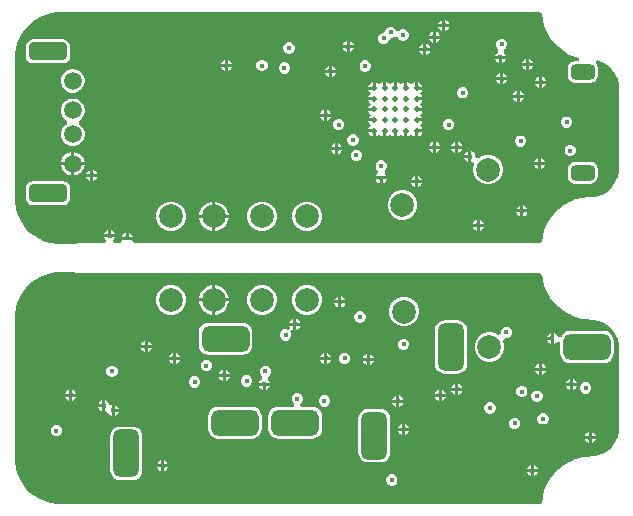
<source format=gbr>
G04*
G04 #@! TF.GenerationSoftware,Altium Limited,Altium Designer,24.9.1 (31)*
G04*
G04 Layer_Physical_Order=2*
G04 Layer_Color=36540*
%FSLAX44Y44*%
%MOMM*%
G71*
G04*
G04 #@! TF.SameCoordinates,4108D936-EA1F-4614-87FC-E1DBC89B4A7E*
G04*
G04*
G04 #@! TF.FilePolarity,Positive*
G04*
G01*
G75*
%ADD75C,0.5000*%
G04:AMPARAMS|DCode=79|XSize=2mm|YSize=1.3mm|CornerRadius=0.325mm|HoleSize=0mm|Usage=FLASHONLY|Rotation=180.000|XOffset=0mm|YOffset=0mm|HoleType=Round|Shape=RoundedRectangle|*
%AMROUNDEDRECTD79*
21,1,2.0000,0.6500,0,0,180.0*
21,1,1.3500,1.3000,0,0,180.0*
1,1,0.6500,-0.6750,0.3250*
1,1,0.6500,0.6750,0.3250*
1,1,0.6500,0.6750,-0.3250*
1,1,0.6500,-0.6750,-0.3250*
%
%ADD79ROUNDEDRECTD79*%
%ADD80C,1.5000*%
G04:AMPARAMS|DCode=81|XSize=4mm|YSize=2.2mm|CornerRadius=0.55mm|HoleSize=0mm|Usage=FLASHONLY|Rotation=90.000|XOffset=0mm|YOffset=0mm|HoleType=Round|Shape=RoundedRectangle|*
%AMROUNDEDRECTD81*
21,1,4.0000,1.1000,0,0,90.0*
21,1,2.9000,2.2000,0,0,90.0*
1,1,1.1000,0.5500,1.4500*
1,1,1.1000,0.5500,-1.4500*
1,1,1.1000,-0.5500,-1.4500*
1,1,1.1000,-0.5500,1.4500*
%
%ADD81ROUNDEDRECTD81*%
G04:AMPARAMS|DCode=82|XSize=3.25mm|YSize=1.5mm|CornerRadius=0.375mm|HoleSize=0mm|Usage=FLASHONLY|Rotation=0.000|XOffset=0mm|YOffset=0mm|HoleType=Round|Shape=RoundedRectangle|*
%AMROUNDEDRECTD82*
21,1,3.2500,0.7500,0,0,0.0*
21,1,2.5000,1.5000,0,0,0.0*
1,1,0.7500,1.2500,-0.3750*
1,1,0.7500,-1.2500,-0.3750*
1,1,0.7500,-1.2500,0.3750*
1,1,0.7500,1.2500,0.3750*
%
%ADD82ROUNDEDRECTD82*%
G04:AMPARAMS|DCode=83|XSize=4mm|YSize=2.2mm|CornerRadius=0.55mm|HoleSize=0mm|Usage=FLASHONLY|Rotation=180.000|XOffset=0mm|YOffset=0mm|HoleType=Round|Shape=RoundedRectangle|*
%AMROUNDEDRECTD83*
21,1,4.0000,1.1000,0,0,180.0*
21,1,2.9000,2.2000,0,0,180.0*
1,1,1.1000,-1.4500,0.5500*
1,1,1.1000,1.4500,0.5500*
1,1,1.1000,1.4500,-0.5500*
1,1,1.1000,-1.4500,-0.5500*
%
%ADD83ROUNDEDRECTD83*%
%ADD84C,0.4500*%
%ADD85C,2.0000*%
G36*
X165820Y92961D02*
X168064Y92118D01*
X168747Y86930D01*
X168790Y86803D01*
X168799Y86669D01*
X170153Y81615D01*
X170213Y81494D01*
X170239Y81362D01*
X172241Y76528D01*
X172316Y76416D01*
X172359Y76289D01*
X174975Y71758D01*
X175064Y71656D01*
X175124Y71536D01*
X178309Y67385D01*
X178410Y67296D01*
X178485Y67184D01*
X182184Y63485D01*
X182296Y63410D01*
X182385Y63309D01*
X186536Y60124D01*
X186656Y60064D01*
X186758Y59975D01*
X191289Y57359D01*
X191416Y57316D01*
X191528Y57241D01*
X196362Y55239D01*
X196494Y55213D01*
X196615Y55153D01*
X199450Y54393D01*
X199116Y51853D01*
X195950D01*
X193691Y51404D01*
X191776Y50124D01*
X190496Y48209D01*
X190047Y45950D01*
Y39450D01*
X190496Y37191D01*
X191776Y35276D01*
X193691Y33996D01*
X195950Y33547D01*
X209450D01*
X211709Y33996D01*
X213624Y35276D01*
X214904Y37191D01*
X215353Y39450D01*
Y45950D01*
X214904Y48209D01*
X213643Y50096D01*
X213672Y50232D01*
X214667Y52482D01*
X216697Y52079D01*
X220876Y50348D01*
X224637Y47835D01*
X227835Y44637D01*
X230348Y40876D01*
X232079Y36697D01*
X232961Y32262D01*
Y30000D01*
Y-40000D01*
Y-42262D01*
X232079Y-46697D01*
X230348Y-50876D01*
X227835Y-54637D01*
X224637Y-57835D01*
X220876Y-60348D01*
X216697Y-62079D01*
X212262Y-62961D01*
X210000D01*
X209967Y-62968D01*
X209933Y-62962D01*
X207317Y-63048D01*
X207219Y-63071D01*
X207118Y-63064D01*
X201930Y-63747D01*
X201803Y-63790D01*
X201669Y-63799D01*
X196615Y-65153D01*
X196494Y-65213D01*
X196362Y-65239D01*
X191528Y-67241D01*
X191416Y-67316D01*
X191289Y-67359D01*
X186758Y-69975D01*
X186656Y-70064D01*
X186536Y-70124D01*
X182385Y-73309D01*
X182296Y-73410D01*
X182184Y-73485D01*
X178485Y-77184D01*
X178410Y-77296D01*
X178309Y-77385D01*
X175124Y-81536D01*
X175064Y-81657D01*
X174975Y-81758D01*
X172359Y-86289D01*
X172316Y-86416D01*
X172241Y-86528D01*
X170239Y-91362D01*
X170213Y-91494D01*
X170153Y-91615D01*
X168799Y-96669D01*
X168790Y-96803D01*
X168747Y-96930D01*
X168293Y-100378D01*
X166059Y-102314D01*
X165535Y-102365D01*
X-177083D01*
X-177431Y-102056D01*
X-178571Y-99825D01*
X-178341Y-99270D01*
X-187659D01*
X-187429Y-99825D01*
X-188569Y-102056D01*
X-188916Y-102365D01*
X-194273D01*
X-194907Y-100923D01*
X-195051Y-99825D01*
X-193939Y-98713D01*
X-193341Y-97270D01*
X-202659D01*
X-202061Y-98713D01*
X-200949Y-99825D01*
X-201092Y-100923D01*
X-201727Y-102365D01*
X-225000D01*
X-226487Y-102661D01*
X-226935Y-102961D01*
X-242488Y-102961D01*
X-247422Y-102311D01*
X-252228Y-101024D01*
X-256826Y-99119D01*
X-261135Y-96631D01*
X-265083Y-93602D01*
X-268602Y-90083D01*
X-271631Y-86135D01*
X-274119Y-81826D01*
X-276024Y-77228D01*
X-277311Y-72422D01*
X-277961Y-67488D01*
X-277961Y-65000D01*
X-277961Y55000D01*
X-277961Y57488D01*
X-277311Y62422D01*
X-276024Y67228D01*
X-274119Y71826D01*
X-271631Y76135D01*
X-268602Y80083D01*
X-265083Y83602D01*
X-261135Y86631D01*
X-256826Y89119D01*
X-252228Y91024D01*
X-247422Y92311D01*
X-242488Y92961D01*
X-240000Y92961D01*
X165820Y92961D01*
D02*
G37*
G36*
X-226935Y-127039D02*
X-226487Y-127339D01*
X-225000Y-127635D01*
X165535D01*
X166059Y-127686D01*
X168293Y-129622D01*
X168747Y-133070D01*
X168790Y-133197D01*
X168799Y-133331D01*
X170153Y-138385D01*
X170213Y-138506D01*
X170239Y-138638D01*
X172241Y-143472D01*
X172316Y-143584D01*
X172359Y-143711D01*
X174975Y-148242D01*
X175064Y-148343D01*
X175124Y-148464D01*
X178309Y-152615D01*
X178410Y-152704D01*
X178485Y-152816D01*
X182184Y-156515D01*
X182296Y-156590D01*
X182385Y-156691D01*
X186536Y-159876D01*
X186656Y-159936D01*
X186758Y-160025D01*
X191289Y-162641D01*
X191416Y-162684D01*
X191528Y-162759D01*
X196362Y-164761D01*
X196494Y-164787D01*
X196615Y-164847D01*
X201669Y-166201D01*
X201803Y-166210D01*
X201930Y-166253D01*
X207118Y-166936D01*
X207219Y-166929D01*
X207317Y-166952D01*
X209933Y-167038D01*
X209967Y-167033D01*
X210000Y-167039D01*
X212262D01*
X216697Y-167921D01*
X220876Y-169652D01*
X224637Y-172165D01*
X227835Y-175363D01*
X230348Y-179124D01*
X232079Y-183303D01*
X232961Y-187738D01*
Y-190000D01*
Y-260000D01*
Y-262262D01*
X232079Y-266697D01*
X230348Y-270876D01*
X227835Y-274637D01*
X224637Y-277835D01*
X220876Y-280348D01*
X216697Y-282079D01*
X212262Y-282961D01*
X210000D01*
X209967Y-282968D01*
X209933Y-282962D01*
X207317Y-283048D01*
X207219Y-283071D01*
X207118Y-283064D01*
X201930Y-283747D01*
X201803Y-283790D01*
X201669Y-283799D01*
X196615Y-285153D01*
X196494Y-285213D01*
X196362Y-285239D01*
X191528Y-287241D01*
X191416Y-287316D01*
X191289Y-287359D01*
X186758Y-289975D01*
X186656Y-290064D01*
X186536Y-290124D01*
X182385Y-293309D01*
X182296Y-293410D01*
X182184Y-293485D01*
X178485Y-297184D01*
X178410Y-297296D01*
X178309Y-297385D01*
X175124Y-301536D01*
X175064Y-301656D01*
X174975Y-301758D01*
X172359Y-306289D01*
X172316Y-306416D01*
X172241Y-306528D01*
X170239Y-311362D01*
X170213Y-311494D01*
X170153Y-311615D01*
X168799Y-316669D01*
X168790Y-316803D01*
X168747Y-316930D01*
X168064Y-322118D01*
X165820Y-322961D01*
X-240000Y-322961D01*
X-242488D01*
X-247422Y-322311D01*
X-252228Y-321023D01*
X-256826Y-319119D01*
X-261135Y-316631D01*
X-265083Y-313602D01*
X-268602Y-310083D01*
X-271631Y-306135D01*
X-274119Y-301826D01*
X-276024Y-297228D01*
X-277311Y-292422D01*
X-277961Y-287488D01*
X-277961Y-285000D01*
X-277961Y-165000D01*
X-277961Y-162512D01*
X-277311Y-157578D01*
X-276024Y-152772D01*
X-274119Y-148174D01*
X-271631Y-143865D01*
X-268602Y-139917D01*
X-265083Y-136398D01*
X-261135Y-133369D01*
X-256826Y-130881D01*
X-252228Y-128976D01*
X-247422Y-127689D01*
X-242488Y-127039D01*
X-240000Y-127039D01*
X-226935Y-127039D01*
D02*
G37*
%LPC*%
G36*
X86270Y86659D02*
Y83270D01*
X89659D01*
X89061Y84713D01*
X87713Y86061D01*
X86270Y86659D01*
D02*
G37*
G36*
X83730D02*
X82287Y86061D01*
X80939Y84713D01*
X80341Y83270D01*
X83730D01*
Y86659D01*
D02*
G37*
G36*
X89659Y80730D02*
X86270D01*
Y77341D01*
X87713Y77939D01*
X89061Y79287D01*
X89659Y80730D01*
D02*
G37*
G36*
X83730D02*
X80341D01*
X80939Y79287D01*
X82287Y77939D01*
X83730Y77341D01*
Y80730D01*
D02*
G37*
G36*
X78270Y76659D02*
Y73270D01*
X81659D01*
X81061Y74713D01*
X79713Y76061D01*
X78270Y76659D01*
D02*
G37*
G36*
X75730D02*
X74287Y76061D01*
X72939Y74713D01*
X72341Y73270D01*
X75730D01*
Y76659D01*
D02*
G37*
G36*
X40953Y80790D02*
X39047D01*
X37287Y80061D01*
X35939Y78713D01*
X35210Y76953D01*
X33117Y75790D01*
X31357Y75061D01*
X30009Y73713D01*
X29280Y71953D01*
Y70047D01*
X30009Y68287D01*
X31357Y66939D01*
X33117Y66210D01*
X35023D01*
X36783Y66939D01*
X38131Y68287D01*
X38860Y70047D01*
X40953Y71210D01*
X42713Y71939D01*
X43485Y72710D01*
X43686Y72739D01*
X45862Y72361D01*
X46253Y72160D01*
X46614Y71287D01*
X47962Y69939D01*
X49722Y69210D01*
X51628D01*
X53388Y69939D01*
X54736Y71287D01*
X55465Y73047D01*
Y74953D01*
X54736Y76713D01*
X53388Y78061D01*
X51628Y78790D01*
X49722D01*
X47962Y78061D01*
X47190Y77290D01*
X46989Y77261D01*
X44813Y77639D01*
X44422Y77840D01*
X44061Y78713D01*
X42713Y80061D01*
X40953Y80790D01*
D02*
G37*
G36*
X81659Y70730D02*
X78270D01*
Y67341D01*
X79713Y67939D01*
X81061Y69287D01*
X81659Y70730D01*
D02*
G37*
G36*
X75730D02*
X72341D01*
X72939Y69287D01*
X74287Y67939D01*
X75730Y67341D01*
Y70730D01*
D02*
G37*
G36*
X5270Y68659D02*
Y65270D01*
X8659D01*
X8061Y66713D01*
X6713Y68061D01*
X5270Y68659D01*
D02*
G37*
G36*
X2730D02*
X1287Y68061D01*
X-61Y66713D01*
X-659Y65270D01*
X2730D01*
Y68659D01*
D02*
G37*
G36*
X70270Y66659D02*
Y63270D01*
X73659D01*
X73061Y64713D01*
X71713Y66061D01*
X70270Y66659D01*
D02*
G37*
G36*
X67730D02*
X66287Y66061D01*
X64939Y64713D01*
X64341Y63270D01*
X67730D01*
Y66659D01*
D02*
G37*
G36*
X8659Y62730D02*
X5270D01*
Y59341D01*
X6713Y59939D01*
X8061Y61287D01*
X8659Y62730D01*
D02*
G37*
G36*
X2730D02*
X-659D01*
X-61Y61287D01*
X1287Y59939D01*
X2730Y59341D01*
Y62730D01*
D02*
G37*
G36*
X-45047Y67790D02*
X-46953D01*
X-48713Y67061D01*
X-50061Y65713D01*
X-50790Y63953D01*
Y62047D01*
X-50061Y60287D01*
X-48713Y58939D01*
X-46953Y58210D01*
X-45047D01*
X-43287Y58939D01*
X-41939Y60287D01*
X-41210Y62047D01*
Y63953D01*
X-41939Y65713D01*
X-43287Y67061D01*
X-45047Y67790D01*
D02*
G37*
G36*
X73659Y60730D02*
X70270D01*
Y57341D01*
X71713Y57939D01*
X73061Y59287D01*
X73659Y60730D01*
D02*
G37*
G36*
X67730D02*
X64341D01*
X64939Y59287D01*
X66287Y57939D01*
X67730Y57341D01*
Y60730D01*
D02*
G37*
G36*
X134953Y70790D02*
X133047D01*
X131287Y70061D01*
X129939Y68713D01*
X129210Y66953D01*
Y65047D01*
X129939Y63287D01*
X131089Y62137D01*
X131140Y60832D01*
X130943Y59332D01*
X130287Y59061D01*
X128939Y57713D01*
X128341Y56270D01*
X137659D01*
X137061Y57713D01*
X135911Y58863D01*
X135859Y60168D01*
X136057Y61667D01*
X136713Y61939D01*
X138061Y63287D01*
X138790Y65047D01*
Y66953D01*
X138061Y68713D01*
X136713Y70061D01*
X134953Y70790D01*
D02*
G37*
G36*
X137659Y53730D02*
X134270D01*
Y50341D01*
X135713Y50939D01*
X137061Y52287D01*
X137659Y53730D01*
D02*
G37*
G36*
X131730D02*
X128341D01*
X128939Y52287D01*
X130287Y50939D01*
X131730Y50341D01*
Y53730D01*
D02*
G37*
G36*
X157270Y53659D02*
Y50270D01*
X160659D01*
X160061Y51713D01*
X158713Y53061D01*
X157270Y53659D01*
D02*
G37*
G36*
X154730D02*
X153287Y53061D01*
X151939Y51713D01*
X151341Y50270D01*
X154730D01*
Y53659D01*
D02*
G37*
G36*
X-237500Y70163D02*
X-262500D01*
X-264954Y69675D01*
X-267035Y68285D01*
X-268425Y66204D01*
X-268913Y63750D01*
Y56250D01*
X-268425Y53796D01*
X-267035Y51715D01*
X-264954Y50325D01*
X-262500Y49837D01*
X-237500D01*
X-235046Y50325D01*
X-232965Y51715D01*
X-231575Y53796D01*
X-231087Y56250D01*
Y63750D01*
X-231575Y66204D01*
X-232965Y68285D01*
X-235046Y69675D01*
X-237500Y70163D01*
D02*
G37*
G36*
X-97730Y52659D02*
Y49270D01*
X-94341D01*
X-94939Y50713D01*
X-96287Y52061D01*
X-97730Y52659D01*
D02*
G37*
G36*
X-100270D02*
X-101713Y52061D01*
X-103061Y50713D01*
X-103659Y49270D01*
X-100270D01*
Y52659D01*
D02*
G37*
G36*
X160659Y47730D02*
X157270D01*
Y44341D01*
X158713Y44939D01*
X160061Y46287D01*
X160659Y47730D01*
D02*
G37*
G36*
X154730D02*
X151341D01*
X151939Y46287D01*
X153287Y44939D01*
X154730Y44341D01*
Y47730D01*
D02*
G37*
G36*
X-9730Y47659D02*
Y44270D01*
X-6341D01*
X-6939Y45713D01*
X-8287Y47061D01*
X-9730Y47659D01*
D02*
G37*
G36*
X-12270D02*
X-13713Y47061D01*
X-15061Y45713D01*
X-15659Y44270D01*
X-12270D01*
Y47659D01*
D02*
G37*
G36*
X-94341Y46730D02*
X-97730D01*
Y43341D01*
X-96287Y43939D01*
X-94939Y45287D01*
X-94341Y46730D01*
D02*
G37*
G36*
X-100270D02*
X-103659D01*
X-103061Y45287D01*
X-101713Y43939D01*
X-100270Y43341D01*
Y46730D01*
D02*
G37*
G36*
X-68047Y52790D02*
X-69953D01*
X-71713Y52061D01*
X-73061Y50713D01*
X-73790Y48953D01*
Y47047D01*
X-73061Y45287D01*
X-71713Y43939D01*
X-69953Y43210D01*
X-68047D01*
X-66287Y43939D01*
X-64939Y45287D01*
X-64210Y47047D01*
Y48953D01*
X-64939Y50713D01*
X-66287Y52061D01*
X-68047Y52790D01*
D02*
G37*
G36*
X19391Y52352D02*
X17485D01*
X15725Y51623D01*
X14377Y50275D01*
X13648Y48514D01*
Y46609D01*
X14377Y44848D01*
X15725Y43501D01*
X17485Y42772D01*
X19391D01*
X21151Y43501D01*
X22499Y44848D01*
X23228Y46609D01*
Y48514D01*
X22499Y50275D01*
X21151Y51623D01*
X19391Y52352D01*
D02*
G37*
G36*
X-49047Y50790D02*
X-50953D01*
X-52713Y50061D01*
X-54061Y48713D01*
X-54790Y46953D01*
Y45047D01*
X-54061Y43287D01*
X-52713Y41939D01*
X-50953Y41210D01*
X-49047D01*
X-47287Y41939D01*
X-45939Y43287D01*
X-45210Y45047D01*
Y46953D01*
X-45939Y48713D01*
X-47287Y50061D01*
X-49047Y50790D01*
D02*
G37*
G36*
X-6341Y41730D02*
X-9730D01*
Y38341D01*
X-8287Y38939D01*
X-6939Y40287D01*
X-6341Y41730D01*
D02*
G37*
G36*
X-12270D02*
X-15659D01*
X-15061Y40287D01*
X-13713Y38939D01*
X-12270Y38341D01*
Y41730D01*
D02*
G37*
G36*
X135270Y41659D02*
Y38270D01*
X138659D01*
X138061Y39713D01*
X136713Y41061D01*
X135270Y41659D01*
D02*
G37*
G36*
X132730D02*
X131287Y41061D01*
X129939Y39713D01*
X129341Y38270D01*
X132730D01*
Y41659D01*
D02*
G37*
G36*
X168270Y38659D02*
Y35270D01*
X171659D01*
X171061Y36713D01*
X169713Y38061D01*
X168270Y38659D01*
D02*
G37*
G36*
X165730D02*
X164287Y38061D01*
X162939Y36713D01*
X162341Y35270D01*
X165730D01*
Y38659D01*
D02*
G37*
G36*
X138659Y35730D02*
X135270D01*
Y32341D01*
X136713Y32939D01*
X138061Y34287D01*
X138659Y35730D01*
D02*
G37*
G36*
X132730D02*
X129341D01*
X129939Y34287D01*
X131287Y32939D01*
X132730Y32341D01*
Y35730D01*
D02*
G37*
G36*
X63270Y33929D02*
Y30270D01*
X66929D01*
X66273Y31855D01*
X64855Y33273D01*
X63270Y33929D01*
D02*
G37*
G36*
X24730D02*
X23145Y33273D01*
X21727Y31855D01*
X21071Y30270D01*
X24730D01*
Y33929D01*
D02*
G37*
G36*
X171659Y32730D02*
X168270D01*
Y29341D01*
X169713Y29939D01*
X171061Y31287D01*
X171659Y32730D01*
D02*
G37*
G36*
X165730D02*
X162341D01*
X162939Y31287D01*
X164287Y29939D01*
X165730Y29341D01*
Y32730D01*
D02*
G37*
G36*
X54270Y33929D02*
Y29000D01*
X51730D01*
Y33929D01*
X50145Y33273D01*
X48500Y32027D01*
X46855Y33273D01*
X45270Y33929D01*
Y29000D01*
X42730D01*
Y33929D01*
X41145Y33273D01*
X39500Y32027D01*
X37855Y33273D01*
X36270Y33929D01*
Y29000D01*
X33730D01*
Y33929D01*
X32145Y33273D01*
X30500Y32027D01*
X28855Y33273D01*
X27270Y33929D01*
Y29000D01*
X26000D01*
Y27730D01*
X21071D01*
X21727Y26145D01*
X22973Y24500D01*
X21727Y22855D01*
X21071Y21270D01*
X26000D01*
Y18730D01*
X21071D01*
X21727Y17145D01*
X22973Y15500D01*
X21727Y13855D01*
X21071Y12270D01*
X26000D01*
Y9730D01*
X21071D01*
X21727Y8145D01*
X22973Y6500D01*
X21727Y4855D01*
X21071Y3270D01*
X26000D01*
Y730D01*
X21071D01*
X21727Y-855D01*
X22973Y-2500D01*
X21727Y-4145D01*
X21071Y-5730D01*
X26000D01*
Y-7000D01*
X27270D01*
Y-11929D01*
X28855Y-11273D01*
X30500Y-10027D01*
X32145Y-11273D01*
X33730Y-11929D01*
Y-7000D01*
X36270D01*
Y-11929D01*
X37855Y-11273D01*
X39500Y-10027D01*
X41145Y-11273D01*
X42730Y-11929D01*
Y-7000D01*
X45270D01*
Y-11929D01*
X46855Y-11273D01*
X48500Y-10027D01*
X50145Y-11273D01*
X51730Y-11929D01*
Y-7000D01*
X54270D01*
Y-11929D01*
X55855Y-11273D01*
X57500Y-10027D01*
X59145Y-11273D01*
X60730Y-11929D01*
Y-7000D01*
X62000D01*
Y-5730D01*
X66929D01*
X66273Y-4145D01*
X65027Y-2500D01*
X66273Y-855D01*
X66929Y730D01*
X62000D01*
Y3270D01*
X66929D01*
X66273Y4855D01*
X65027Y6500D01*
X66273Y8145D01*
X66929Y9730D01*
X62000D01*
Y12270D01*
X66929D01*
X66273Y13855D01*
X65027Y15500D01*
X66273Y17145D01*
X66929Y18730D01*
X62000D01*
Y21270D01*
X66929D01*
X66273Y22855D01*
X65027Y24500D01*
X66273Y26145D01*
X66929Y27730D01*
X62000D01*
Y29000D01*
X60730D01*
Y33929D01*
X59145Y33273D01*
X57500Y32027D01*
X55855Y33273D01*
X54270Y33929D01*
D02*
G37*
G36*
X-227678Y45040D02*
X-230322D01*
X-232875Y44356D01*
X-235165Y43034D01*
X-237034Y41165D01*
X-238356Y38875D01*
X-239040Y36322D01*
Y33678D01*
X-238356Y31125D01*
X-237034Y28835D01*
X-235165Y26966D01*
X-232875Y25644D01*
X-230322Y24960D01*
X-227678D01*
X-225125Y25644D01*
X-222835Y26966D01*
X-220966Y28835D01*
X-219644Y31125D01*
X-218960Y33678D01*
Y36322D01*
X-219644Y38875D01*
X-220966Y41165D01*
X-222835Y43034D01*
X-225125Y44356D01*
X-227678Y45040D01*
D02*
G37*
G36*
X149270Y26659D02*
Y23270D01*
X152659D01*
X152061Y24713D01*
X150713Y26061D01*
X149270Y26659D01*
D02*
G37*
G36*
X146730D02*
X145287Y26061D01*
X143939Y24713D01*
X143341Y23270D01*
X146730D01*
Y26659D01*
D02*
G37*
G36*
X101953Y29790D02*
X100047D01*
X98287Y29061D01*
X96939Y27713D01*
X96210Y25953D01*
Y24047D01*
X96939Y22287D01*
X98287Y20939D01*
X100047Y20210D01*
X101953D01*
X103713Y20939D01*
X105061Y22287D01*
X105790Y24047D01*
Y25953D01*
X105061Y27713D01*
X103713Y29061D01*
X101953Y29790D01*
D02*
G37*
G36*
X152659Y20730D02*
X149270D01*
Y17341D01*
X150713Y17939D01*
X152061Y19287D01*
X152659Y20730D01*
D02*
G37*
G36*
X146730D02*
X143341D01*
X143939Y19287D01*
X145287Y17939D01*
X146730Y17341D01*
Y20730D01*
D02*
G37*
G36*
X-13730Y10659D02*
Y7270D01*
X-10341D01*
X-10939Y8713D01*
X-12287Y10061D01*
X-13730Y10659D01*
D02*
G37*
G36*
X-16270D02*
X-17713Y10061D01*
X-19061Y8713D01*
X-19659Y7270D01*
X-16270D01*
Y10659D01*
D02*
G37*
G36*
X-10341Y4730D02*
X-13730D01*
Y1341D01*
X-12287Y1939D01*
X-10939Y3287D01*
X-10341Y4730D01*
D02*
G37*
G36*
X-16270D02*
X-19659D01*
X-19061Y3287D01*
X-17713Y1939D01*
X-16270Y1341D01*
Y4730D01*
D02*
G37*
G36*
X189953Y4790D02*
X188047D01*
X186287Y4061D01*
X184939Y2713D01*
X184210Y953D01*
Y-953D01*
X184939Y-2713D01*
X186287Y-4061D01*
X188047Y-4790D01*
X189953D01*
X191713Y-4061D01*
X193061Y-2713D01*
X193790Y-953D01*
Y953D01*
X193061Y2713D01*
X191713Y4061D01*
X189953Y4790D01*
D02*
G37*
G36*
X89953Y2790D02*
X88047D01*
X86287Y2061D01*
X84939Y713D01*
X84210Y-1047D01*
Y-2953D01*
X84939Y-4713D01*
X86287Y-6061D01*
X88047Y-6790D01*
X89953D01*
X91713Y-6061D01*
X93061Y-4713D01*
X93790Y-2953D01*
Y-1047D01*
X93061Y713D01*
X91713Y2061D01*
X89953Y2790D01*
D02*
G37*
G36*
X-3047D02*
X-4953D01*
X-6713Y2061D01*
X-8061Y713D01*
X-8790Y-1047D01*
Y-2953D01*
X-8061Y-4713D01*
X-6713Y-6061D01*
X-4953Y-6790D01*
X-3047D01*
X-1287Y-6061D01*
X61Y-4713D01*
X790Y-2953D01*
Y-1047D01*
X61Y713D01*
X-1287Y2061D01*
X-3047Y2790D01*
D02*
G37*
G36*
X66929Y-8270D02*
X63270D01*
Y-11929D01*
X64855Y-11273D01*
X66273Y-9855D01*
X66929Y-8270D01*
D02*
G37*
G36*
X24730D02*
X21071D01*
X21727Y-9855D01*
X23145Y-11273D01*
X24730Y-11929D01*
Y-8270D01*
D02*
G37*
G36*
X97270Y-16341D02*
Y-19730D01*
X100659D01*
X100061Y-18287D01*
X98713Y-16939D01*
X97270Y-16341D01*
D02*
G37*
G36*
X94730D02*
X93287Y-16939D01*
X91939Y-18287D01*
X91341Y-19730D01*
X94730D01*
Y-16341D01*
D02*
G37*
G36*
X78270D02*
Y-19730D01*
X81659D01*
X81061Y-18287D01*
X79713Y-16939D01*
X78270Y-16341D01*
D02*
G37*
G36*
X75730D02*
X74287Y-16939D01*
X72939Y-18287D01*
X72341Y-19730D01*
X75730D01*
Y-16341D01*
D02*
G37*
G36*
X8953Y-10210D02*
X7047D01*
X5287Y-10939D01*
X3939Y-12287D01*
X3210Y-14047D01*
Y-15953D01*
X3939Y-17713D01*
X5287Y-19061D01*
X7047Y-19790D01*
X8953D01*
X10713Y-19061D01*
X12061Y-17713D01*
X12790Y-15953D01*
Y-14047D01*
X12061Y-12287D01*
X10713Y-10939D01*
X8953Y-10210D01*
D02*
G37*
G36*
X-227678Y20040D02*
X-230322D01*
X-232875Y19356D01*
X-235165Y18034D01*
X-237034Y16165D01*
X-238356Y13875D01*
X-239040Y11322D01*
Y8678D01*
X-238356Y6125D01*
X-237034Y3835D01*
X-235165Y1966D01*
X-234300Y1467D01*
Y-1467D01*
X-235165Y-1966D01*
X-237034Y-3835D01*
X-238356Y-6125D01*
X-239040Y-8678D01*
Y-11322D01*
X-238356Y-13875D01*
X-237034Y-16165D01*
X-235165Y-18034D01*
X-232875Y-19356D01*
X-230322Y-20040D01*
X-227678D01*
X-225125Y-19356D01*
X-222835Y-18034D01*
X-220966Y-16165D01*
X-219644Y-13875D01*
X-218960Y-11322D01*
Y-8678D01*
X-219644Y-6125D01*
X-220966Y-3835D01*
X-222835Y-1966D01*
X-223701Y-1467D01*
Y1467D01*
X-222835Y1966D01*
X-220966Y3835D01*
X-219644Y6125D01*
X-218960Y8678D01*
Y11322D01*
X-219644Y13875D01*
X-220966Y16165D01*
X-222835Y18034D01*
X-225125Y19356D01*
X-227678Y20040D01*
D02*
G37*
G36*
X150953Y-11210D02*
X149047D01*
X147287Y-11939D01*
X145939Y-13287D01*
X145210Y-15047D01*
Y-16953D01*
X145939Y-18713D01*
X147287Y-20061D01*
X149047Y-20790D01*
X150953D01*
X152713Y-20061D01*
X154061Y-18713D01*
X154790Y-16953D01*
Y-15047D01*
X154061Y-13287D01*
X152713Y-11939D01*
X150953Y-11210D01*
D02*
G37*
G36*
X-4444Y-17821D02*
Y-21210D01*
X-1055D01*
X-1653Y-19767D01*
X-3000Y-18419D01*
X-4444Y-17821D01*
D02*
G37*
G36*
X-6984D02*
X-8427Y-18419D01*
X-9774Y-19767D01*
X-10372Y-21210D01*
X-6984D01*
Y-17821D01*
D02*
G37*
G36*
X100659Y-22270D02*
X97270D01*
Y-25659D01*
X98713Y-25061D01*
X100061Y-23713D01*
X100659Y-22270D01*
D02*
G37*
G36*
X94730D02*
X91341D01*
X91939Y-23713D01*
X93287Y-25061D01*
X94730Y-25659D01*
Y-22270D01*
D02*
G37*
G36*
X81659D02*
X78270D01*
Y-25659D01*
X79713Y-25061D01*
X81061Y-23713D01*
X81659Y-22270D01*
D02*
G37*
G36*
X75730D02*
X72341D01*
X72939Y-23713D01*
X74287Y-25061D01*
X75730Y-25659D01*
Y-22270D01*
D02*
G37*
G36*
X-1055Y-23750D02*
X-4444D01*
Y-27139D01*
X-3000Y-26541D01*
X-1653Y-25193D01*
X-1055Y-23750D01*
D02*
G37*
G36*
X-6984D02*
X-10372D01*
X-9774Y-25193D01*
X-8427Y-26541D01*
X-6984Y-27139D01*
Y-23750D01*
D02*
G37*
G36*
X105730Y-24341D02*
X104287Y-24939D01*
X102939Y-26287D01*
X102341Y-27730D01*
X105730D01*
Y-24341D01*
D02*
G37*
G36*
X192953Y-19210D02*
X191047D01*
X189287Y-19939D01*
X187939Y-21287D01*
X187210Y-23047D01*
Y-24953D01*
X187939Y-26713D01*
X189287Y-28061D01*
X191047Y-28790D01*
X192953D01*
X194713Y-28061D01*
X196061Y-26713D01*
X196790Y-24953D01*
Y-23047D01*
X196061Y-21287D01*
X194713Y-19939D01*
X192953Y-19210D01*
D02*
G37*
G36*
X11953Y-23210D02*
X10047D01*
X8287Y-23939D01*
X6939Y-25287D01*
X6210Y-27047D01*
Y-28953D01*
X6939Y-30713D01*
X8287Y-32061D01*
X10047Y-32790D01*
X11953D01*
X13713Y-32061D01*
X15061Y-30713D01*
X15790Y-28953D01*
Y-27047D01*
X15061Y-25287D01*
X13713Y-23939D01*
X11953Y-23210D01*
D02*
G37*
G36*
X105730Y-30270D02*
X102341D01*
X102939Y-31713D01*
X104287Y-33061D01*
X105730Y-33659D01*
Y-30270D01*
D02*
G37*
G36*
X-227678Y-24960D02*
X-227730D01*
Y-33730D01*
X-218960D01*
Y-33678D01*
X-219644Y-31125D01*
X-220966Y-28835D01*
X-222835Y-26966D01*
X-225125Y-25644D01*
X-227678Y-24960D01*
D02*
G37*
G36*
X167270Y-30341D02*
Y-33730D01*
X170659D01*
X170061Y-32287D01*
X168713Y-30939D01*
X167270Y-30341D01*
D02*
G37*
G36*
X164730D02*
X163287Y-30939D01*
X161939Y-32287D01*
X161341Y-33730D01*
X164730D01*
Y-30341D01*
D02*
G37*
G36*
X-230270Y-24960D02*
X-230322D01*
X-232875Y-25644D01*
X-235165Y-26966D01*
X-237034Y-28835D01*
X-238356Y-31125D01*
X-239040Y-33678D01*
Y-33730D01*
X-230270D01*
Y-24960D01*
D02*
G37*
G36*
X170659Y-36270D02*
X167270D01*
Y-39659D01*
X168713Y-39061D01*
X170061Y-37713D01*
X170659Y-36270D01*
D02*
G37*
G36*
X164730D02*
X161341D01*
X161939Y-37713D01*
X163287Y-39061D01*
X164730Y-39659D01*
Y-36270D01*
D02*
G37*
G36*
X-211730Y-40341D02*
Y-43730D01*
X-208341D01*
X-208939Y-42287D01*
X-210287Y-40939D01*
X-211730Y-40341D01*
D02*
G37*
G36*
X-214270D02*
X-215713Y-40939D01*
X-217061Y-42287D01*
X-217659Y-43730D01*
X-214270D01*
Y-40341D01*
D02*
G37*
G36*
X-218960Y-36270D02*
X-227730D01*
Y-45040D01*
X-227678D01*
X-225125Y-44356D01*
X-222835Y-43034D01*
X-220966Y-41165D01*
X-219644Y-38875D01*
X-218960Y-36322D01*
Y-36270D01*
D02*
G37*
G36*
X-230270D02*
X-239040D01*
Y-36322D01*
X-238356Y-38875D01*
X-237034Y-41165D01*
X-235165Y-43034D01*
X-232875Y-44356D01*
X-230322Y-45040D01*
X-230270D01*
Y-36270D01*
D02*
G37*
G36*
X32953Y-32210D02*
X31047D01*
X29287Y-32939D01*
X27939Y-34287D01*
X27210Y-36047D01*
Y-37953D01*
X27939Y-39713D01*
X28671Y-40445D01*
X29055Y-42000D01*
X28671Y-43555D01*
X27939Y-44287D01*
X27341Y-45730D01*
X36659D01*
X36061Y-44287D01*
X35329Y-43555D01*
X34945Y-42000D01*
X35329Y-40445D01*
X36061Y-39713D01*
X36790Y-37953D01*
Y-36047D01*
X36061Y-34287D01*
X34713Y-32939D01*
X32953Y-32210D01*
D02*
G37*
G36*
X63270Y-45341D02*
Y-48730D01*
X66659D01*
X66061Y-47287D01*
X64713Y-45939D01*
X63270Y-45341D01*
D02*
G37*
G36*
X60730D02*
X59287Y-45939D01*
X57939Y-47287D01*
X57341Y-48730D01*
X60730D01*
Y-45341D01*
D02*
G37*
G36*
X-208341Y-46270D02*
X-211730D01*
Y-49659D01*
X-210287Y-49061D01*
X-208939Y-47713D01*
X-208341Y-46270D01*
D02*
G37*
G36*
X-214270D02*
X-217659D01*
X-217061Y-47713D01*
X-215713Y-49061D01*
X-214270Y-49659D01*
Y-46270D01*
D02*
G37*
G36*
X36659Y-48270D02*
X33270D01*
Y-51659D01*
X34713Y-51061D01*
X36061Y-49713D01*
X36659Y-48270D01*
D02*
G37*
G36*
X30730D02*
X27341D01*
X27939Y-49713D01*
X29287Y-51061D01*
X30730Y-51659D01*
Y-48270D01*
D02*
G37*
G36*
X209450Y-33547D02*
X195950D01*
X193691Y-33996D01*
X191776Y-35276D01*
X190496Y-37191D01*
X190047Y-39450D01*
Y-45950D01*
X190496Y-48209D01*
X191776Y-50124D01*
X193691Y-51404D01*
X195950Y-51853D01*
X209450D01*
X211709Y-51404D01*
X213624Y-50124D01*
X214904Y-48209D01*
X215353Y-45950D01*
Y-39450D01*
X214904Y-37191D01*
X213624Y-35276D01*
X211709Y-33996D01*
X209450Y-33547D01*
D02*
G37*
G36*
X108270Y-24341D02*
Y-29000D01*
Y-33659D01*
X108899Y-33398D01*
X110417Y-34794D01*
X110771Y-35322D01*
X109960Y-38349D01*
Y-41651D01*
X110815Y-44840D01*
X112465Y-47700D01*
X114800Y-50034D01*
X117660Y-51685D01*
X120849Y-52540D01*
X124151D01*
X127340Y-51685D01*
X130200Y-50034D01*
X132535Y-47700D01*
X134185Y-44840D01*
X135040Y-41651D01*
Y-38349D01*
X134185Y-35160D01*
X132535Y-32300D01*
X130200Y-29966D01*
X127340Y-28315D01*
X124151Y-27460D01*
X120849D01*
X117660Y-28315D01*
X114800Y-29966D01*
X114137Y-30629D01*
X113436Y-30427D01*
X111790Y-29384D01*
Y-28047D01*
X111061Y-26287D01*
X109713Y-24939D01*
X108270Y-24341D01*
D02*
G37*
G36*
X66659Y-51270D02*
X63270D01*
Y-54659D01*
X64713Y-54061D01*
X66061Y-52713D01*
X66659Y-51270D01*
D02*
G37*
G36*
X60730D02*
X57341D01*
X57939Y-52713D01*
X59287Y-54061D01*
X60730Y-54659D01*
Y-51270D01*
D02*
G37*
G36*
X-237500Y-49837D02*
X-262500D01*
X-264954Y-50325D01*
X-267035Y-51715D01*
X-268425Y-53796D01*
X-268913Y-56250D01*
Y-63750D01*
X-268425Y-66204D01*
X-267035Y-68285D01*
X-264954Y-69675D01*
X-262500Y-70163D01*
X-237500D01*
X-235046Y-69675D01*
X-232965Y-68285D01*
X-231575Y-66204D01*
X-231087Y-63750D01*
Y-56250D01*
X-231575Y-53796D01*
X-232965Y-51715D01*
X-235046Y-50325D01*
X-237500Y-49837D01*
D02*
G37*
G36*
X152270Y-70341D02*
Y-73730D01*
X155659D01*
X155061Y-72287D01*
X153713Y-70939D01*
X152270Y-70341D01*
D02*
G37*
G36*
X149730D02*
X148287Y-70939D01*
X146939Y-72287D01*
X146341Y-73730D01*
X149730D01*
Y-70341D01*
D02*
G37*
G36*
X-108161Y-67184D02*
X-108542D01*
Y-78454D01*
X-97272D01*
Y-78073D01*
X-98127Y-74884D01*
X-99778Y-72024D01*
X-102113Y-69690D01*
X-104972Y-68039D01*
X-108161Y-67184D01*
D02*
G37*
G36*
X-111082D02*
X-111463D01*
X-114653Y-68039D01*
X-117512Y-69690D01*
X-119847Y-72024D01*
X-121498Y-74884D01*
X-122352Y-78073D01*
Y-78454D01*
X-111082D01*
Y-67184D01*
D02*
G37*
G36*
X155659Y-76270D02*
X152270D01*
Y-79659D01*
X153713Y-79061D01*
X155061Y-77713D01*
X155659Y-76270D01*
D02*
G37*
G36*
X149730D02*
X146341D01*
X146939Y-77713D01*
X148287Y-79061D01*
X149730Y-79659D01*
Y-76270D01*
D02*
G37*
G36*
X51651Y-57460D02*
X48349D01*
X45160Y-58315D01*
X42300Y-59966D01*
X39966Y-62300D01*
X38315Y-65160D01*
X37460Y-68349D01*
Y-71651D01*
X38315Y-74840D01*
X39966Y-77700D01*
X42300Y-80035D01*
X45160Y-81685D01*
X48349Y-82540D01*
X51651D01*
X54840Y-81685D01*
X57700Y-80035D01*
X60034Y-77700D01*
X61685Y-74840D01*
X62540Y-71651D01*
Y-68349D01*
X61685Y-65160D01*
X60034Y-62300D01*
X57700Y-59966D01*
X54840Y-58315D01*
X51651Y-57460D01*
D02*
G37*
G36*
X115270Y-82341D02*
Y-85730D01*
X118659D01*
X118061Y-84287D01*
X116713Y-82939D01*
X115270Y-82341D01*
D02*
G37*
G36*
X112730D02*
X111287Y-82939D01*
X109939Y-84287D01*
X109341Y-85730D01*
X112730D01*
Y-82341D01*
D02*
G37*
G36*
X118659Y-88270D02*
X115270D01*
Y-91659D01*
X116713Y-91061D01*
X118061Y-89713D01*
X118659Y-88270D01*
D02*
G37*
G36*
X112730D02*
X109341D01*
X109939Y-89713D01*
X111287Y-91061D01*
X112730Y-91659D01*
Y-88270D01*
D02*
G37*
G36*
X-29161Y-67184D02*
X-32463D01*
X-35652Y-68039D01*
X-38512Y-69690D01*
X-40847Y-72024D01*
X-42498Y-74884D01*
X-43352Y-78073D01*
Y-81375D01*
X-42498Y-84564D01*
X-40847Y-87424D01*
X-38512Y-89759D01*
X-35652Y-91410D01*
X-32463Y-92264D01*
X-29161D01*
X-25972Y-91410D01*
X-23112Y-89759D01*
X-20778Y-87424D01*
X-19127Y-84564D01*
X-18272Y-81375D01*
Y-78073D01*
X-19127Y-74884D01*
X-20778Y-72024D01*
X-23112Y-69690D01*
X-25972Y-68039D01*
X-29161Y-67184D01*
D02*
G37*
G36*
X-67161D02*
X-70463D01*
X-73652Y-68039D01*
X-76512Y-69690D01*
X-78847Y-72024D01*
X-80498Y-74884D01*
X-81352Y-78073D01*
Y-81375D01*
X-80498Y-84564D01*
X-78847Y-87424D01*
X-76512Y-89759D01*
X-73652Y-91410D01*
X-70463Y-92264D01*
X-67161D01*
X-63972Y-91410D01*
X-61112Y-89759D01*
X-58778Y-87424D01*
X-57127Y-84564D01*
X-56272Y-81375D01*
Y-78073D01*
X-57127Y-74884D01*
X-58778Y-72024D01*
X-61112Y-69690D01*
X-63972Y-68039D01*
X-67161Y-67184D01*
D02*
G37*
G36*
X-97272Y-80994D02*
X-108542D01*
Y-92264D01*
X-108161D01*
X-104972Y-91410D01*
X-102113Y-89759D01*
X-99778Y-87424D01*
X-98127Y-84564D01*
X-97272Y-81375D01*
Y-80994D01*
D02*
G37*
G36*
X-111082D02*
X-122352D01*
Y-81375D01*
X-121498Y-84564D01*
X-119847Y-87424D01*
X-117512Y-89759D01*
X-114653Y-91410D01*
X-111463Y-92264D01*
X-111082D01*
Y-80994D01*
D02*
G37*
G36*
X-144161Y-67184D02*
X-147463D01*
X-150652Y-68039D01*
X-153512Y-69690D01*
X-155847Y-72024D01*
X-157498Y-74884D01*
X-158352Y-78073D01*
Y-81375D01*
X-157498Y-84564D01*
X-155847Y-87424D01*
X-153512Y-89759D01*
X-150652Y-91410D01*
X-147463Y-92264D01*
X-144161D01*
X-140972Y-91410D01*
X-138112Y-89759D01*
X-135778Y-87424D01*
X-134127Y-84564D01*
X-133272Y-81375D01*
Y-78073D01*
X-134127Y-74884D01*
X-135778Y-72024D01*
X-138112Y-69690D01*
X-140972Y-68039D01*
X-144161Y-67184D01*
D02*
G37*
G36*
X-196730Y-91341D02*
Y-94730D01*
X-193341D01*
X-193939Y-93287D01*
X-195287Y-91939D01*
X-196730Y-91341D01*
D02*
G37*
G36*
X-199270D02*
X-200713Y-91939D01*
X-202061Y-93287D01*
X-202659Y-94730D01*
X-199270D01*
Y-91341D01*
D02*
G37*
G36*
X-181730Y-93341D02*
Y-96730D01*
X-178341D01*
X-178939Y-95287D01*
X-180287Y-93939D01*
X-181730Y-93341D01*
D02*
G37*
G36*
X-184270D02*
X-185713Y-93939D01*
X-187061Y-95287D01*
X-187659Y-96730D01*
X-184270D01*
Y-93341D01*
D02*
G37*
G36*
X-108159Y-137740D02*
X-108540D01*
Y-149010D01*
X-97270D01*
Y-148629D01*
X-98125Y-145440D01*
X-99775Y-142580D01*
X-102110Y-140246D01*
X-104970Y-138595D01*
X-108159Y-137740D01*
D02*
G37*
G36*
X-111080D02*
X-111461D01*
X-114650Y-138595D01*
X-117510Y-140246D01*
X-119845Y-142580D01*
X-121495Y-145440D01*
X-122350Y-148629D01*
Y-149010D01*
X-111080D01*
Y-137740D01*
D02*
G37*
G36*
X-1730Y-147341D02*
Y-150730D01*
X1659D01*
X1061Y-149287D01*
X-287Y-147939D01*
X-1730Y-147341D01*
D02*
G37*
G36*
X-4270D02*
X-5713Y-147939D01*
X-7061Y-149287D01*
X-7659Y-150730D01*
X-4270D01*
Y-147341D01*
D02*
G37*
G36*
X1659Y-153270D02*
X-1730D01*
Y-156659D01*
X-287Y-156061D01*
X1061Y-154713D01*
X1659Y-153270D01*
D02*
G37*
G36*
X-4270D02*
X-7659D01*
X-7061Y-154713D01*
X-5713Y-156061D01*
X-4270Y-156659D01*
Y-153270D01*
D02*
G37*
G36*
X-29159Y-137740D02*
X-32461D01*
X-35650Y-138595D01*
X-38510Y-140246D01*
X-40844Y-142580D01*
X-42495Y-145440D01*
X-43350Y-148629D01*
Y-151931D01*
X-42495Y-155120D01*
X-40844Y-157980D01*
X-38510Y-160315D01*
X-35650Y-161965D01*
X-32461Y-162820D01*
X-29159D01*
X-25970Y-161965D01*
X-23110Y-160315D01*
X-20775Y-157980D01*
X-19125Y-155120D01*
X-18270Y-151931D01*
Y-148629D01*
X-19125Y-145440D01*
X-20775Y-142580D01*
X-23110Y-140246D01*
X-25970Y-138595D01*
X-29159Y-137740D01*
D02*
G37*
G36*
X-67159D02*
X-70461D01*
X-73650Y-138595D01*
X-76510Y-140246D01*
X-78844Y-142580D01*
X-80495Y-145440D01*
X-81350Y-148629D01*
Y-151931D01*
X-80495Y-155120D01*
X-78844Y-157980D01*
X-76510Y-160315D01*
X-73650Y-161965D01*
X-70461Y-162820D01*
X-67159D01*
X-63970Y-161965D01*
X-61110Y-160315D01*
X-58776Y-157980D01*
X-57125Y-155120D01*
X-56270Y-151931D01*
Y-148629D01*
X-57125Y-145440D01*
X-58776Y-142580D01*
X-61110Y-140246D01*
X-63970Y-138595D01*
X-67159Y-137740D01*
D02*
G37*
G36*
X-97270Y-151550D02*
X-108540D01*
Y-162820D01*
X-108159D01*
X-104970Y-161965D01*
X-102110Y-160315D01*
X-99775Y-157980D01*
X-98125Y-155120D01*
X-97270Y-151931D01*
Y-151550D01*
D02*
G37*
G36*
X-111080D02*
X-122350D01*
Y-151931D01*
X-121495Y-155120D01*
X-119845Y-157980D01*
X-117510Y-160315D01*
X-114650Y-161965D01*
X-111461Y-162820D01*
X-111080D01*
Y-151550D01*
D02*
G37*
G36*
X-144159Y-137740D02*
X-147461D01*
X-150650Y-138595D01*
X-153510Y-140246D01*
X-155844Y-142580D01*
X-157495Y-145440D01*
X-158350Y-148629D01*
Y-151931D01*
X-157495Y-155120D01*
X-155844Y-157980D01*
X-153510Y-160315D01*
X-150650Y-161965D01*
X-147461Y-162820D01*
X-144159D01*
X-140970Y-161965D01*
X-138110Y-160315D01*
X-135775Y-157980D01*
X-134125Y-155120D01*
X-133270Y-151931D01*
Y-148629D01*
X-134125Y-145440D01*
X-135775Y-142580D01*
X-138110Y-140246D01*
X-140970Y-138595D01*
X-144159Y-137740D01*
D02*
G37*
G36*
X-39730Y-166341D02*
Y-169730D01*
X-36341D01*
X-36939Y-168287D01*
X-38287Y-166939D01*
X-39730Y-166341D01*
D02*
G37*
G36*
X-42270D02*
X-43713Y-166939D01*
X-45061Y-168287D01*
X-45659Y-169730D01*
X-42270D01*
Y-166341D01*
D02*
G37*
G36*
X14953Y-160210D02*
X13047D01*
X11287Y-160939D01*
X9939Y-162287D01*
X9210Y-164047D01*
Y-165953D01*
X9939Y-167713D01*
X11287Y-169061D01*
X13047Y-169790D01*
X14953D01*
X16713Y-169061D01*
X18061Y-167713D01*
X18790Y-165953D01*
Y-164047D01*
X18061Y-162287D01*
X16713Y-160939D01*
X14953Y-160210D01*
D02*
G37*
G36*
X52841Y-147740D02*
X49539D01*
X46350Y-148595D01*
X43490Y-150246D01*
X41156Y-152580D01*
X39505Y-155440D01*
X38650Y-158629D01*
Y-161931D01*
X39505Y-165120D01*
X41156Y-167980D01*
X43490Y-170315D01*
X46350Y-171965D01*
X49539Y-172820D01*
X52841D01*
X56030Y-171965D01*
X58890Y-170315D01*
X61224Y-167980D01*
X62875Y-165120D01*
X63730Y-161931D01*
Y-158629D01*
X62875Y-155440D01*
X61224Y-152580D01*
X58890Y-150246D01*
X56030Y-148595D01*
X52841Y-147740D01*
D02*
G37*
G36*
X-36341Y-172270D02*
X-39730D01*
Y-175659D01*
X-38287Y-175061D01*
X-36939Y-173713D01*
X-36341Y-172270D01*
D02*
G37*
G36*
X-42270D02*
X-45659D01*
X-45262Y-173227D01*
X-45061Y-173713D01*
X-45022Y-173885D01*
X-46785Y-175733D01*
X-48047Y-175210D01*
X-49953D01*
X-51713Y-175939D01*
X-53061Y-177287D01*
X-53790Y-179047D01*
Y-180953D01*
X-53061Y-182713D01*
X-51713Y-184061D01*
X-49953Y-184790D01*
X-48047D01*
X-46287Y-184061D01*
X-44939Y-182713D01*
X-44210Y-180953D01*
Y-179047D01*
X-44738Y-177773D01*
X-44939Y-177287D01*
X-44978Y-177115D01*
X-43215Y-175267D01*
X-42270Y-175659D01*
Y-172270D01*
D02*
G37*
G36*
X138953Y-173210D02*
X137047D01*
X135287Y-173939D01*
X133939Y-175287D01*
X133210Y-177047D01*
Y-178474D01*
X132336Y-179324D01*
X130872Y-179947D01*
X128530Y-178595D01*
X125341Y-177740D01*
X122039D01*
X118850Y-178595D01*
X115990Y-180245D01*
X113656Y-182580D01*
X112005Y-185440D01*
X111150Y-188629D01*
Y-191931D01*
X112005Y-195120D01*
X113656Y-197980D01*
X115990Y-200315D01*
X118850Y-201965D01*
X122039Y-202820D01*
X125341D01*
X128530Y-201965D01*
X131390Y-200315D01*
X133724Y-197980D01*
X135375Y-195120D01*
X136230Y-191931D01*
Y-188629D01*
X135375Y-185440D01*
X134925Y-184660D01*
X136694Y-182644D01*
X137047Y-182790D01*
X138953D01*
X140713Y-182061D01*
X142061Y-180713D01*
X142790Y-178953D01*
Y-177047D01*
X142061Y-175287D01*
X140713Y-173939D01*
X138953Y-173210D01*
D02*
G37*
G36*
X175730Y-178341D02*
X174287Y-178939D01*
X172939Y-180287D01*
X172341Y-181730D01*
X175730D01*
Y-178341D01*
D02*
G37*
G36*
X220690Y-176671D02*
X191690D01*
X189591Y-176947D01*
X187635Y-177757D01*
X185956Y-179046D01*
X184667Y-180725D01*
X184225Y-181793D01*
X183426Y-181877D01*
X181580Y-181541D01*
X181061Y-180287D01*
X179713Y-178939D01*
X178270Y-178341D01*
Y-183000D01*
Y-187659D01*
X179713Y-187061D01*
X181041Y-185733D01*
X181158Y-185735D01*
X183581Y-186267D01*
Y-195780D01*
X183857Y-197879D01*
X184667Y-199835D01*
X185956Y-201514D01*
X187635Y-202803D01*
X189591Y-203613D01*
X191690Y-203889D01*
X220690D01*
X222789Y-203613D01*
X224745Y-202803D01*
X226424Y-201514D01*
X227713Y-199835D01*
X228523Y-197879D01*
X228799Y-195780D01*
Y-184780D01*
X228523Y-182681D01*
X227713Y-180725D01*
X226424Y-179046D01*
X224745Y-177757D01*
X222789Y-176947D01*
X220690Y-176671D01*
D02*
G37*
G36*
X175730Y-184270D02*
X172341D01*
X172939Y-185713D01*
X174287Y-187061D01*
X175730Y-187659D01*
Y-184270D01*
D02*
G37*
G36*
X-165730Y-185341D02*
Y-188730D01*
X-162341D01*
X-162939Y-187287D01*
X-164287Y-185939D01*
X-165730Y-185341D01*
D02*
G37*
G36*
X-168270D02*
X-169713Y-185939D01*
X-171061Y-187287D01*
X-171659Y-188730D01*
X-168270D01*
Y-185341D01*
D02*
G37*
G36*
X51953Y-183210D02*
X50047D01*
X48287Y-183939D01*
X46939Y-185287D01*
X46210Y-187047D01*
Y-188953D01*
X46939Y-190713D01*
X48287Y-192061D01*
X50047Y-192790D01*
X51953D01*
X53713Y-192061D01*
X55061Y-190713D01*
X55790Y-188953D01*
Y-187047D01*
X55061Y-185287D01*
X53713Y-183939D01*
X51953Y-183210D01*
D02*
G37*
G36*
X-162341Y-191270D02*
X-165730D01*
Y-194659D01*
X-164287Y-194061D01*
X-162939Y-192713D01*
X-162341Y-191270D01*
D02*
G37*
G36*
X-168270D02*
X-171659D01*
X-171061Y-192713D01*
X-169713Y-194061D01*
X-168270Y-194659D01*
Y-191270D01*
D02*
G37*
G36*
X-85310Y-169671D02*
X-114310D01*
X-116409Y-169947D01*
X-118365Y-170757D01*
X-120044Y-172046D01*
X-121333Y-173725D01*
X-122143Y-175681D01*
X-122419Y-177780D01*
Y-188780D01*
X-122143Y-190879D01*
X-121333Y-192835D01*
X-120044Y-194514D01*
X-118365Y-195803D01*
X-116409Y-196613D01*
X-114310Y-196889D01*
X-85310D01*
X-83211Y-196613D01*
X-81255Y-195803D01*
X-79576Y-194514D01*
X-78287Y-192835D01*
X-77477Y-190879D01*
X-77201Y-188780D01*
Y-177780D01*
X-77477Y-175681D01*
X-78287Y-173725D01*
X-79576Y-172046D01*
X-81255Y-170757D01*
X-83211Y-169947D01*
X-85310Y-169671D01*
D02*
G37*
G36*
X-13730Y-195341D02*
Y-198730D01*
X-10341D01*
X-10939Y-197287D01*
X-12287Y-195939D01*
X-13730Y-195341D01*
D02*
G37*
G36*
X-16270D02*
X-17713Y-195939D01*
X-19061Y-197287D01*
X-19659Y-198730D01*
X-16270D01*
Y-195341D01*
D02*
G37*
G36*
X-141730D02*
Y-198730D01*
X-138341D01*
X-138939Y-197287D01*
X-140287Y-195939D01*
X-141730Y-195341D01*
D02*
G37*
G36*
X-144270D02*
X-145713Y-195939D01*
X-147061Y-197287D01*
X-147659Y-198730D01*
X-144270D01*
Y-195341D01*
D02*
G37*
G36*
X22270Y-196341D02*
Y-199730D01*
X25659D01*
X25061Y-198287D01*
X23713Y-196939D01*
X22270Y-196341D01*
D02*
G37*
G36*
X19730D02*
X18287Y-196939D01*
X16939Y-198287D01*
X16341Y-199730D01*
X19730D01*
Y-196341D01*
D02*
G37*
G36*
X-10341Y-201270D02*
X-13730D01*
Y-204659D01*
X-12287Y-204061D01*
X-10939Y-202713D01*
X-10341Y-201270D01*
D02*
G37*
G36*
X-16270D02*
X-19659D01*
X-19061Y-202713D01*
X-17713Y-204061D01*
X-16270Y-204659D01*
Y-201270D01*
D02*
G37*
G36*
X-138341D02*
X-141730D01*
Y-204659D01*
X-140287Y-204061D01*
X-138939Y-202713D01*
X-138341Y-201270D01*
D02*
G37*
G36*
X-144270D02*
X-147659D01*
X-147061Y-202713D01*
X-145713Y-204061D01*
X-144270Y-204659D01*
Y-201270D01*
D02*
G37*
G36*
X1953Y-195210D02*
X47D01*
X-1713Y-195939D01*
X-3061Y-197287D01*
X-3790Y-199047D01*
Y-200953D01*
X-3061Y-202713D01*
X-1713Y-204061D01*
X47Y-204790D01*
X1953D01*
X3713Y-204061D01*
X5061Y-202713D01*
X5790Y-200953D01*
Y-199047D01*
X5061Y-197287D01*
X3713Y-195939D01*
X1953Y-195210D01*
D02*
G37*
G36*
X25659Y-202270D02*
X22270D01*
Y-205659D01*
X23713Y-205061D01*
X25061Y-203713D01*
X25659Y-202270D01*
D02*
G37*
G36*
X19730D02*
X16341D01*
X16939Y-203713D01*
X18287Y-205061D01*
X19730Y-205659D01*
Y-202270D01*
D02*
G37*
G36*
X168270Y-204341D02*
Y-207730D01*
X171659D01*
X171061Y-206287D01*
X169713Y-204939D01*
X168270Y-204341D01*
D02*
G37*
G36*
X165730D02*
X164287Y-204939D01*
X162939Y-206287D01*
X162341Y-207730D01*
X165730D01*
Y-204341D01*
D02*
G37*
G36*
X-115047Y-201210D02*
X-116953D01*
X-118713Y-201939D01*
X-120061Y-203287D01*
X-120790Y-205047D01*
Y-206953D01*
X-120061Y-208713D01*
X-118713Y-210061D01*
X-116953Y-210790D01*
X-115047D01*
X-113287Y-210061D01*
X-111939Y-208713D01*
X-111210Y-206953D01*
Y-205047D01*
X-111939Y-203287D01*
X-113287Y-201939D01*
X-115047Y-201210D01*
D02*
G37*
G36*
X-99730Y-209341D02*
Y-212730D01*
X-96341D01*
X-96939Y-211287D01*
X-98287Y-209939D01*
X-99730Y-209341D01*
D02*
G37*
G36*
X-102270D02*
X-103713Y-209939D01*
X-105061Y-211287D01*
X-105659Y-212730D01*
X-102270D01*
Y-209341D01*
D02*
G37*
G36*
X96690Y-167671D02*
X85690D01*
X83591Y-167947D01*
X81635Y-168757D01*
X79956Y-170046D01*
X78667Y-171725D01*
X77857Y-173681D01*
X77581Y-175780D01*
Y-204780D01*
X77857Y-206879D01*
X78667Y-208835D01*
X79956Y-210514D01*
X81635Y-211803D01*
X83591Y-212613D01*
X85690Y-212889D01*
X96690D01*
X98789Y-212613D01*
X100745Y-211803D01*
X102424Y-210514D01*
X103713Y-208835D01*
X104523Y-206879D01*
X104799Y-204780D01*
Y-175780D01*
X104523Y-173681D01*
X103713Y-171725D01*
X102424Y-170046D01*
X100745Y-168757D01*
X98789Y-167947D01*
X96690Y-167671D01*
D02*
G37*
G36*
X171659Y-210270D02*
X168270D01*
Y-213659D01*
X169713Y-213061D01*
X171061Y-211713D01*
X171659Y-210270D01*
D02*
G37*
G36*
X165730D02*
X162341D01*
X162939Y-211713D01*
X164287Y-213061D01*
X165730Y-213659D01*
Y-210270D01*
D02*
G37*
G36*
X-195047Y-206210D02*
X-196953D01*
X-198713Y-206939D01*
X-200061Y-208287D01*
X-200790Y-210047D01*
Y-211953D01*
X-200061Y-213713D01*
X-198713Y-215061D01*
X-196953Y-215790D01*
X-195047D01*
X-193287Y-215061D01*
X-191939Y-213713D01*
X-191210Y-211953D01*
Y-210047D01*
X-191939Y-208287D01*
X-193287Y-206939D01*
X-195047Y-206210D01*
D02*
G37*
G36*
X-96341Y-215270D02*
X-99730D01*
Y-218659D01*
X-98287Y-218061D01*
X-96939Y-216713D01*
X-96341Y-215270D01*
D02*
G37*
G36*
X-102270D02*
X-105659D01*
X-105061Y-216713D01*
X-103713Y-218061D01*
X-102270Y-218659D01*
Y-215270D01*
D02*
G37*
G36*
X194270Y-217341D02*
Y-220730D01*
X197659D01*
X197061Y-219287D01*
X195713Y-217939D01*
X194270Y-217341D01*
D02*
G37*
G36*
X191730D02*
X190287Y-217939D01*
X188939Y-219287D01*
X188341Y-220730D01*
X191730D01*
Y-217341D01*
D02*
G37*
G36*
X-65047Y-206210D02*
X-66953D01*
X-68713Y-206939D01*
X-70061Y-208287D01*
X-70790Y-210047D01*
Y-211953D01*
X-70061Y-213713D01*
X-68911Y-214863D01*
X-68860Y-216168D01*
X-69057Y-217668D01*
X-69713Y-217939D01*
X-71061Y-219287D01*
X-71659Y-220730D01*
X-62341D01*
X-62939Y-219287D01*
X-64089Y-218137D01*
X-64141Y-216832D01*
X-63943Y-215333D01*
X-63287Y-215061D01*
X-61939Y-213713D01*
X-61210Y-211953D01*
Y-210047D01*
X-61939Y-208287D01*
X-63287Y-206939D01*
X-65047Y-206210D01*
D02*
G37*
G36*
X-81047Y-214210D02*
X-82953D01*
X-84713Y-214939D01*
X-86061Y-216287D01*
X-86790Y-218047D01*
Y-219953D01*
X-86061Y-221713D01*
X-84713Y-223061D01*
X-82953Y-223790D01*
X-81047D01*
X-79287Y-223061D01*
X-77939Y-221713D01*
X-77210Y-219953D01*
Y-218047D01*
X-77939Y-216287D01*
X-79287Y-214939D01*
X-81047Y-214210D01*
D02*
G37*
G36*
X97270Y-221341D02*
Y-224730D01*
X100659D01*
X100061Y-223287D01*
X98713Y-221939D01*
X97270Y-221341D01*
D02*
G37*
G36*
X94730D02*
X93287Y-221939D01*
X91939Y-223287D01*
X91341Y-224730D01*
X94730D01*
Y-221341D01*
D02*
G37*
G36*
X-125047Y-215210D02*
X-126953D01*
X-128713Y-215939D01*
X-130061Y-217287D01*
X-130790Y-219047D01*
Y-220953D01*
X-130061Y-222713D01*
X-128713Y-224061D01*
X-126953Y-224790D01*
X-125047D01*
X-123287Y-224061D01*
X-121939Y-222713D01*
X-121210Y-220953D01*
Y-219047D01*
X-121939Y-217287D01*
X-123287Y-215939D01*
X-125047Y-215210D01*
D02*
G37*
G36*
X197659Y-223270D02*
X194270D01*
Y-226659D01*
X195713Y-226061D01*
X197061Y-224713D01*
X197659Y-223270D01*
D02*
G37*
G36*
X191730D02*
X188341D01*
X188939Y-224713D01*
X190287Y-226061D01*
X191730Y-226659D01*
Y-223270D01*
D02*
G37*
G36*
X-62341D02*
X-65730D01*
Y-226659D01*
X-64287Y-226061D01*
X-62939Y-224713D01*
X-62341Y-223270D01*
D02*
G37*
G36*
X-68270D02*
X-71659D01*
X-71061Y-224713D01*
X-69713Y-226061D01*
X-68270Y-226659D01*
Y-223270D01*
D02*
G37*
G36*
X83270Y-226341D02*
Y-229730D01*
X86659D01*
X86061Y-228287D01*
X84713Y-226939D01*
X83270Y-226341D01*
D02*
G37*
G36*
X80730D02*
X79287Y-226939D01*
X77939Y-228287D01*
X77341Y-229730D01*
X80730D01*
Y-226341D01*
D02*
G37*
G36*
X-229730D02*
Y-229730D01*
X-226341D01*
X-226939Y-228287D01*
X-228287Y-226939D01*
X-229730Y-226341D01*
D02*
G37*
G36*
X-232270D02*
X-233713Y-226939D01*
X-235061Y-228287D01*
X-235659Y-229730D01*
X-232270D01*
Y-226341D01*
D02*
G37*
G36*
X205953Y-220210D02*
X204047D01*
X202287Y-220939D01*
X200939Y-222287D01*
X200210Y-224047D01*
Y-225953D01*
X200939Y-227713D01*
X202287Y-229061D01*
X204047Y-229790D01*
X205953D01*
X207713Y-229061D01*
X209061Y-227713D01*
X209790Y-225953D01*
Y-224047D01*
X209061Y-222287D01*
X207713Y-220939D01*
X205953Y-220210D01*
D02*
G37*
G36*
X100659Y-227270D02*
X97270D01*
Y-230659D01*
X98713Y-230061D01*
X100061Y-228713D01*
X100659Y-227270D01*
D02*
G37*
G36*
X94730D02*
X91341D01*
X91939Y-228713D01*
X93287Y-230061D01*
X94730Y-230659D01*
Y-227270D01*
D02*
G37*
G36*
X151953Y-223210D02*
X150047D01*
X148287Y-223939D01*
X146939Y-225287D01*
X146210Y-227047D01*
Y-228953D01*
X146939Y-230713D01*
X148287Y-232061D01*
X150047Y-232790D01*
X151953D01*
X153713Y-232061D01*
X155061Y-230713D01*
X155790Y-228953D01*
Y-227047D01*
X155061Y-225287D01*
X153713Y-223939D01*
X151953Y-223210D01*
D02*
G37*
G36*
X47270Y-231341D02*
Y-234730D01*
X50659D01*
X50061Y-233287D01*
X48713Y-231939D01*
X47270Y-231341D01*
D02*
G37*
G36*
X44730D02*
X43287Y-231939D01*
X41939Y-233287D01*
X41341Y-234730D01*
X44730D01*
Y-231341D01*
D02*
G37*
G36*
X86659Y-232270D02*
X83270D01*
Y-235659D01*
X84713Y-235061D01*
X86061Y-233713D01*
X86659Y-232270D01*
D02*
G37*
G36*
X80730D02*
X77341D01*
X77939Y-233713D01*
X79287Y-235061D01*
X80730Y-235659D01*
Y-232270D01*
D02*
G37*
G36*
X-226341D02*
X-229730D01*
Y-235659D01*
X-228287Y-235061D01*
X-226939Y-233713D01*
X-226341Y-232270D01*
D02*
G37*
G36*
X-232270D02*
X-235659D01*
X-235061Y-233713D01*
X-233713Y-235061D01*
X-232270Y-235659D01*
Y-232270D01*
D02*
G37*
G36*
X164953Y-227210D02*
X163047D01*
X161287Y-227939D01*
X159939Y-229287D01*
X159210Y-231047D01*
Y-232953D01*
X159939Y-234713D01*
X161287Y-236061D01*
X163047Y-236790D01*
X164953D01*
X166713Y-236061D01*
X168061Y-234713D01*
X168790Y-232953D01*
Y-231047D01*
X168061Y-229287D01*
X166713Y-227939D01*
X164953Y-227210D01*
D02*
G37*
G36*
X-204270Y-235341D02*
X-205713Y-235939D01*
X-207061Y-237287D01*
X-207659Y-238730D01*
X-204270D01*
Y-235341D01*
D02*
G37*
G36*
X50659Y-237270D02*
X47270D01*
Y-240659D01*
X48713Y-240061D01*
X50061Y-238713D01*
X50659Y-237270D01*
D02*
G37*
G36*
X44730D02*
X41341D01*
X41939Y-238713D01*
X43287Y-240061D01*
X44730Y-240659D01*
Y-237270D01*
D02*
G37*
G36*
X-15047Y-231210D02*
X-16953D01*
X-18713Y-231939D01*
X-20061Y-233287D01*
X-20790Y-235047D01*
Y-236953D01*
X-20061Y-238713D01*
X-18713Y-240061D01*
X-16953Y-240790D01*
X-15047D01*
X-13287Y-240061D01*
X-11939Y-238713D01*
X-11210Y-236953D01*
Y-235047D01*
X-11939Y-233287D01*
X-13287Y-231939D01*
X-15047Y-231210D01*
D02*
G37*
G36*
X-193730Y-239341D02*
Y-242730D01*
X-190341D01*
X-190939Y-241287D01*
X-192287Y-239939D01*
X-193730Y-239341D01*
D02*
G37*
G36*
X-204270Y-241270D02*
X-207659D01*
X-207061Y-242713D01*
X-205713Y-244061D01*
X-204270Y-244659D01*
Y-241270D01*
D02*
G37*
G36*
X124953Y-237210D02*
X123047D01*
X121287Y-237939D01*
X119939Y-239287D01*
X119210Y-241047D01*
Y-242953D01*
X119939Y-244713D01*
X121287Y-246061D01*
X123047Y-246790D01*
X124953D01*
X126713Y-246061D01*
X128061Y-244713D01*
X128790Y-242953D01*
Y-241047D01*
X128061Y-239287D01*
X126713Y-237939D01*
X124953Y-237210D01*
D02*
G37*
G36*
X-190341Y-245270D02*
X-193730D01*
Y-248659D01*
X-192287Y-248061D01*
X-190939Y-246713D01*
X-190341Y-245270D01*
D02*
G37*
G36*
X-201730Y-235341D02*
Y-240000D01*
Y-244813D01*
X-199866Y-244947D01*
X-199280Y-246184D01*
X-199061Y-246713D01*
X-197713Y-248061D01*
X-196270Y-248659D01*
Y-244000D01*
Y-239187D01*
X-198134Y-239053D01*
X-198720Y-237816D01*
X-198939Y-237287D01*
X-200287Y-235939D01*
X-201730Y-235341D01*
D02*
G37*
G36*
X169953Y-246210D02*
X168047D01*
X166287Y-246939D01*
X164939Y-248287D01*
X164210Y-250047D01*
Y-251953D01*
X164939Y-253713D01*
X166287Y-255061D01*
X168047Y-255790D01*
X169953D01*
X171713Y-255061D01*
X173061Y-253713D01*
X173790Y-251953D01*
Y-250047D01*
X173061Y-248287D01*
X171713Y-246939D01*
X169953Y-246210D01*
D02*
G37*
G36*
X52270Y-255341D02*
Y-258730D01*
X55659D01*
X55061Y-257287D01*
X53713Y-255939D01*
X52270Y-255341D01*
D02*
G37*
G36*
X49730D02*
X48287Y-255939D01*
X46939Y-257287D01*
X46341Y-258730D01*
X49730D01*
Y-255341D01*
D02*
G37*
G36*
X145953Y-250210D02*
X144047D01*
X142287Y-250939D01*
X140939Y-252287D01*
X140210Y-254047D01*
Y-255953D01*
X140939Y-257713D01*
X142287Y-259061D01*
X144047Y-259790D01*
X145953D01*
X147713Y-259061D01*
X149061Y-257713D01*
X149790Y-255953D01*
Y-254047D01*
X149061Y-252287D01*
X147713Y-250939D01*
X145953Y-250210D01*
D02*
G37*
G36*
X55659Y-261270D02*
X52270D01*
Y-264659D01*
X53713Y-264061D01*
X55061Y-262713D01*
X55659Y-261270D01*
D02*
G37*
G36*
X49730D02*
X46341D01*
X46939Y-262713D01*
X48287Y-264061D01*
X49730Y-264659D01*
Y-261270D01*
D02*
G37*
G36*
X210270Y-262341D02*
Y-265730D01*
X213659D01*
X213061Y-264287D01*
X211713Y-262939D01*
X210270Y-262341D01*
D02*
G37*
G36*
X207730D02*
X206287Y-262939D01*
X204939Y-264287D01*
X204341Y-265730D01*
X207730D01*
Y-262341D01*
D02*
G37*
G36*
X-242047Y-256210D02*
X-243953D01*
X-245713Y-256939D01*
X-247061Y-258287D01*
X-247790Y-260047D01*
Y-261953D01*
X-247061Y-263713D01*
X-245713Y-265061D01*
X-243953Y-265790D01*
X-242047D01*
X-240287Y-265061D01*
X-238939Y-263713D01*
X-238210Y-261953D01*
Y-260047D01*
X-238939Y-258287D01*
X-240287Y-256939D01*
X-242047Y-256210D01*
D02*
G37*
G36*
X-38047Y-229210D02*
X-39953D01*
X-41713Y-229939D01*
X-43061Y-231287D01*
X-43790Y-233047D01*
Y-234953D01*
X-43061Y-236713D01*
X-41713Y-238061D01*
X-41545Y-238131D01*
X-42050Y-240671D01*
X-55310D01*
X-57409Y-240947D01*
X-59365Y-241757D01*
X-61044Y-243046D01*
X-62333Y-244725D01*
X-63143Y-246681D01*
X-63419Y-248780D01*
Y-259780D01*
X-63143Y-261879D01*
X-62333Y-263835D01*
X-61044Y-265514D01*
X-59365Y-266803D01*
X-57409Y-267613D01*
X-55310Y-267889D01*
X-26310D01*
X-24211Y-267613D01*
X-22255Y-266803D01*
X-20576Y-265514D01*
X-19287Y-263835D01*
X-18477Y-261879D01*
X-18201Y-259780D01*
Y-248780D01*
X-18477Y-246681D01*
X-19287Y-244725D01*
X-20576Y-243046D01*
X-22255Y-241757D01*
X-24211Y-240947D01*
X-26310Y-240671D01*
X-35950D01*
X-36455Y-238131D01*
X-36287Y-238061D01*
X-34939Y-236713D01*
X-34210Y-234953D01*
Y-233047D01*
X-34939Y-231287D01*
X-36287Y-229939D01*
X-38047Y-229210D01*
D02*
G37*
G36*
X-77310Y-240671D02*
X-106310D01*
X-108409Y-240947D01*
X-110365Y-241757D01*
X-112044Y-243046D01*
X-113333Y-244725D01*
X-114143Y-246681D01*
X-114419Y-248780D01*
Y-259780D01*
X-114143Y-261879D01*
X-113333Y-263835D01*
X-112044Y-265514D01*
X-110365Y-266803D01*
X-108409Y-267613D01*
X-106310Y-267889D01*
X-77310D01*
X-75211Y-267613D01*
X-73255Y-266803D01*
X-71576Y-265514D01*
X-70287Y-263835D01*
X-69477Y-261879D01*
X-69201Y-259780D01*
Y-248780D01*
X-69477Y-246681D01*
X-70287Y-244725D01*
X-71576Y-243046D01*
X-73255Y-241757D01*
X-75211Y-240947D01*
X-77310Y-240671D01*
D02*
G37*
G36*
X213659Y-268270D02*
X210270D01*
Y-271659D01*
X211713Y-271061D01*
X213061Y-269713D01*
X213659Y-268270D01*
D02*
G37*
G36*
X207730D02*
X204341D01*
X204939Y-269713D01*
X206287Y-271061D01*
X207730Y-271659D01*
Y-268270D01*
D02*
G37*
G36*
X31690Y-242671D02*
X20690D01*
X18591Y-242947D01*
X16635Y-243757D01*
X14956Y-245046D01*
X13667Y-246725D01*
X12857Y-248681D01*
X12581Y-250780D01*
Y-279780D01*
X12857Y-281879D01*
X13667Y-283835D01*
X14956Y-285514D01*
X16635Y-286803D01*
X18591Y-287613D01*
X20690Y-287889D01*
X31690D01*
X33789Y-287613D01*
X35745Y-286803D01*
X37424Y-285514D01*
X38713Y-283835D01*
X39523Y-281879D01*
X39799Y-279780D01*
Y-250780D01*
X39523Y-248681D01*
X38713Y-246725D01*
X37424Y-245046D01*
X35745Y-243757D01*
X33789Y-242947D01*
X31690Y-242671D01*
D02*
G37*
G36*
X-151730Y-286341D02*
Y-289730D01*
X-148341D01*
X-148939Y-288287D01*
X-150287Y-286939D01*
X-151730Y-286341D01*
D02*
G37*
G36*
X-154270D02*
X-155713Y-286939D01*
X-157061Y-288287D01*
X-157659Y-289730D01*
X-154270D01*
Y-286341D01*
D02*
G37*
G36*
X161270Y-290341D02*
Y-293730D01*
X164659D01*
X164061Y-292287D01*
X162713Y-290939D01*
X161270Y-290341D01*
D02*
G37*
G36*
X158730D02*
X157287Y-290939D01*
X155939Y-292287D01*
X155341Y-293730D01*
X158730D01*
Y-290341D01*
D02*
G37*
G36*
X-148341Y-292270D02*
X-151730D01*
Y-295659D01*
X-150287Y-295061D01*
X-148939Y-293713D01*
X-148341Y-292270D01*
D02*
G37*
G36*
X-154270D02*
X-157659D01*
X-157061Y-293713D01*
X-155713Y-295061D01*
X-154270Y-295659D01*
Y-292270D01*
D02*
G37*
G36*
X164659Y-296270D02*
X161270D01*
Y-299659D01*
X162713Y-299061D01*
X164061Y-297713D01*
X164659Y-296270D01*
D02*
G37*
G36*
X158730D02*
X155341D01*
X155939Y-297713D01*
X157287Y-299061D01*
X158730Y-299659D01*
Y-296270D01*
D02*
G37*
G36*
X-178310Y-257671D02*
X-189310D01*
X-191409Y-257947D01*
X-193365Y-258757D01*
X-195044Y-260046D01*
X-196333Y-261725D01*
X-197143Y-263681D01*
X-197419Y-265780D01*
Y-294780D01*
X-197143Y-296879D01*
X-196333Y-298835D01*
X-195044Y-300514D01*
X-193365Y-301803D01*
X-191409Y-302613D01*
X-189310Y-302889D01*
X-178310D01*
X-176211Y-302613D01*
X-174255Y-301803D01*
X-172576Y-300514D01*
X-171287Y-298835D01*
X-170477Y-296879D01*
X-170201Y-294780D01*
Y-265780D01*
X-170477Y-263681D01*
X-171287Y-261725D01*
X-172576Y-260046D01*
X-174255Y-258757D01*
X-176211Y-257947D01*
X-178310Y-257671D01*
D02*
G37*
G36*
X41953Y-298210D02*
X40047D01*
X38287Y-298939D01*
X36939Y-300287D01*
X36210Y-302047D01*
Y-303953D01*
X36939Y-305713D01*
X38287Y-307061D01*
X40047Y-307790D01*
X41953D01*
X43713Y-307061D01*
X45061Y-305713D01*
X45790Y-303953D01*
Y-302047D01*
X45061Y-300287D01*
X43713Y-298939D01*
X41953Y-298210D01*
D02*
G37*
%LPD*%
D75*
X26000Y-7000D02*
D03*
Y2000D02*
D03*
Y11000D02*
D03*
Y20000D02*
D03*
Y29000D02*
D03*
X35000Y-7000D02*
D03*
Y2000D02*
D03*
Y11000D02*
D03*
Y20000D02*
D03*
Y29000D02*
D03*
X44000Y-7000D02*
D03*
Y2000D02*
D03*
Y11000D02*
D03*
Y20000D02*
D03*
Y29000D02*
D03*
X53000Y-7000D02*
D03*
Y2000D02*
D03*
Y11000D02*
D03*
Y20000D02*
D03*
Y29000D02*
D03*
X62000Y-7000D02*
D03*
Y2000D02*
D03*
Y11000D02*
D03*
Y20000D02*
D03*
Y29000D02*
D03*
D79*
X202700Y42700D02*
D03*
Y-42700D02*
D03*
D80*
X-229000Y-10000D02*
D03*
Y10000D02*
D03*
Y-35000D02*
D03*
Y35000D02*
D03*
D81*
X26190Y-265280D02*
D03*
X91190Y-190280D02*
D03*
X-183810Y-280280D02*
D03*
D82*
X-250000Y-60000D02*
D03*
Y60000D02*
D03*
D83*
X-99810Y-183280D02*
D03*
X206190Y-190280D02*
D03*
X-40810Y-254280D02*
D03*
X-91810D02*
D03*
D84*
X8000Y-15000D02*
D03*
X193000Y-222000D02*
D03*
X164000Y-232000D02*
D03*
X151000Y-228000D02*
D03*
X18438Y47562D02*
D03*
X32000Y-47000D02*
D03*
X-116000Y-206000D02*
D03*
X41000Y-303000D02*
D03*
X1000Y-200000D02*
D03*
X51000Y-188000D02*
D03*
X82000Y-231000D02*
D03*
X96000Y-226000D02*
D03*
X124000Y-242000D02*
D03*
X138000Y-178000D02*
D03*
X177000Y-183000D02*
D03*
X167000Y-209000D02*
D03*
X205000Y-225000D02*
D03*
X209000Y-267000D02*
D03*
X169000Y-251000D02*
D03*
X145000Y-255000D02*
D03*
X160000Y-295000D02*
D03*
X-16000Y-236000D02*
D03*
X51000Y-260000D02*
D03*
X46000Y-236000D02*
D03*
X14000Y-165000D02*
D03*
X-3000Y-152000D02*
D03*
X21000Y-201000D02*
D03*
X-15000Y-200000D02*
D03*
X-41000Y-171000D02*
D03*
X-49000Y-180000D02*
D03*
X-39000Y-234000D02*
D03*
X-67000Y-222000D02*
D03*
X-126000Y-220000D02*
D03*
X-66000Y-211000D02*
D03*
X-82000Y-219000D02*
D03*
X-101000Y-214000D02*
D03*
X-143000Y-200000D02*
D03*
X-167000Y-190000D02*
D03*
X-153000Y-291000D02*
D03*
X-195000Y-244000D02*
D03*
X-203000Y-240000D02*
D03*
X-231000Y-231000D02*
D03*
X-243000Y-261000D02*
D03*
X-196000Y-211000D02*
D03*
X-183000Y-98000D02*
D03*
X-198000Y-96000D02*
D03*
X77000Y-21000D02*
D03*
X4000Y64000D02*
D03*
X192000Y-24000D02*
D03*
X150000Y-16000D02*
D03*
X189000Y0D02*
D03*
X134000Y66000D02*
D03*
X101000Y25000D02*
D03*
X89000Y-2000D02*
D03*
X32000Y-37000D02*
D03*
X-4000Y-2000D02*
D03*
X34070Y71000D02*
D03*
X-5713Y-22480D02*
D03*
X107000Y-29000D02*
D03*
X62000Y-50000D02*
D03*
X50675Y74000D02*
D03*
X40000Y76000D02*
D03*
X151000Y-75000D02*
D03*
X114000Y-87000D02*
D03*
X167000Y34000D02*
D03*
X166000Y-35000D02*
D03*
X156000Y49000D02*
D03*
X148000Y22000D02*
D03*
X96000Y-21000D02*
D03*
X134000Y37000D02*
D03*
X133000Y55000D02*
D03*
X77000Y72000D02*
D03*
X85000Y82000D02*
D03*
X-50000Y46000D02*
D03*
X-46000Y63000D02*
D03*
X11000Y-28000D02*
D03*
X-69000Y48000D02*
D03*
X-99000D02*
D03*
X69000Y62000D02*
D03*
X-11000Y43000D02*
D03*
X-15000Y6000D02*
D03*
X-213000Y-45000D02*
D03*
D85*
X-109810Y-150280D02*
D03*
X-68810D02*
D03*
X-145810D02*
D03*
X51190Y-160280D02*
D03*
X-30810Y-150280D02*
D03*
X123690Y-190280D02*
D03*
X-30812Y-79724D02*
D03*
X-68812D02*
D03*
X-109812D02*
D03*
X-145812D02*
D03*
X122500Y-40000D02*
D03*
X50000Y-70000D02*
D03*
M02*

</source>
